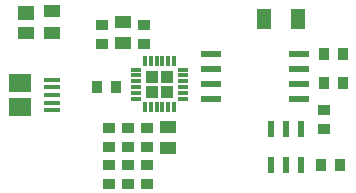
<source format=gbr>
G04 #@! TF.GenerationSoftware,KiCad,Pcbnew,(5.1.4-7-g8dd734fbd)*
G04 #@! TF.CreationDate,2019-09-01T10:21:26+03:00*
G04 #@! TF.ProjectId,usb1wireadapter,75736231-7769-4726-9561-646170746572,rev?*
G04 #@! TF.SameCoordinates,Original*
G04 #@! TF.FileFunction,Paste,Top*
G04 #@! TF.FilePolarity,Positive*
%FSLAX46Y46*%
G04 Gerber Fmt 4.6, Leading zero omitted, Abs format (unit mm)*
G04 Created by KiCad (PCBNEW (5.1.4-7-g8dd734fbd)) date 2019-09-01 10:21:26*
%MOMM*%
%LPD*%
G04 APERTURE LIST*
%ADD10R,0.530000X1.330000*%
%ADD11R,1.400000X1.120000*%
%ADD12R,1.000000X0.820000*%
%ADD13R,0.820000X1.000000*%
%ADD14R,1.400000X1.200000*%
%ADD15R,1.400000X1.000000*%
%ADD16R,1.900000X1.500000*%
%ADD17R,1.350000X0.400000*%
%ADD18R,0.300000X0.850000*%
%ADD19R,0.850000X0.300000*%
%ADD20R,1.050000X1.050000*%
%ADD21R,1.750000X0.550000*%
%ADD22R,1.220000X1.800000*%
G04 APERTURE END LIST*
D10*
X116930000Y-77025000D03*
X118200000Y-77025000D03*
X119470000Y-77025000D03*
X116930000Y-73975000D03*
X118200000Y-73975000D03*
X119470000Y-73975000D03*
D11*
X108200000Y-73820000D03*
X108200000Y-75580000D03*
X104400000Y-66680000D03*
X104400000Y-64920000D03*
D12*
X106200000Y-65200000D03*
X106200000Y-66800000D03*
D13*
X123000000Y-67600000D03*
X121400000Y-67600000D03*
X123000000Y-70100000D03*
X121400000Y-70100000D03*
D14*
X96200000Y-64130000D03*
D15*
X96200000Y-65850000D03*
X98400000Y-65850000D03*
X98400000Y-63950000D03*
D12*
X103200000Y-73900000D03*
X103200000Y-75500000D03*
X106400000Y-73900000D03*
X106400000Y-75500000D03*
X104800000Y-75500000D03*
X104800000Y-73900000D03*
D16*
X95662500Y-72100000D03*
D17*
X98362500Y-70450000D03*
X98362500Y-69800000D03*
X98362500Y-72400000D03*
X98362500Y-71750000D03*
X98362500Y-71100000D03*
D16*
X95662500Y-70100000D03*
D13*
X103800000Y-70400000D03*
X102200000Y-70400000D03*
D12*
X103200000Y-77000000D03*
X103200000Y-78600000D03*
X106400000Y-78600000D03*
X106400000Y-77000000D03*
X104800000Y-77000000D03*
X104800000Y-78600000D03*
X121400000Y-74000000D03*
X121400000Y-72400000D03*
D13*
X122800000Y-77000000D03*
X121200000Y-77000000D03*
D18*
X108750000Y-68250000D03*
X108250000Y-68250000D03*
X107750000Y-68250000D03*
X107250000Y-68250000D03*
X106750000Y-68250000D03*
X106250000Y-68250000D03*
D19*
X105550000Y-68950000D03*
X105550000Y-69450000D03*
X105550000Y-69950000D03*
X105550000Y-70450000D03*
X105550000Y-70950000D03*
X105550000Y-71450000D03*
D18*
X106250000Y-72150000D03*
X106750000Y-72150000D03*
X107250000Y-72150000D03*
X107750000Y-72150000D03*
X108250000Y-72150000D03*
X108750000Y-72150000D03*
D19*
X109450000Y-71450000D03*
X109450000Y-70950000D03*
X109450000Y-70450000D03*
X109450000Y-69950000D03*
X109450000Y-69450000D03*
X109450000Y-68950000D03*
D20*
X106850000Y-70850000D03*
X106850000Y-69550000D03*
X108150000Y-69550000D03*
X108150000Y-70850000D03*
D21*
X119300000Y-71405000D03*
X119300000Y-70135000D03*
X119300000Y-68865000D03*
X119300000Y-67595000D03*
X111900000Y-67595000D03*
X111900000Y-68865000D03*
X111900000Y-70135000D03*
X111900000Y-71405000D03*
D12*
X102600000Y-66800000D03*
X102600000Y-65200000D03*
D22*
X119230000Y-64700000D03*
X116370000Y-64700000D03*
M02*

</source>
